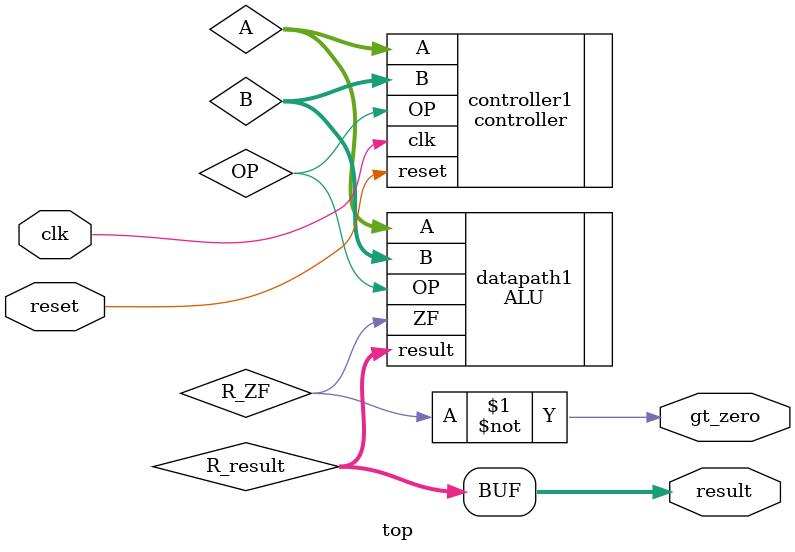
<source format=v>
module top
(
    input wire clk, reset,
    output wire [6:0] result,
    output wire gt_zero
);
wire [6:0] A, B;
wire OP;
wire [6:0] R_result;
wire R_ZF;

controller controller1 (
    .clk(clk),
    .reset(reset),
    .A(A),
    .B(B),
    .OP(OP)
);
ALU datapath1 (
    .A(A),
    .B(B),
    .OP(OP),
    .result(R_result),
    .ZF(R_ZF)
);

assign result = R_result;
assign gt_zero = ~R_ZF;


endmodule


</source>
